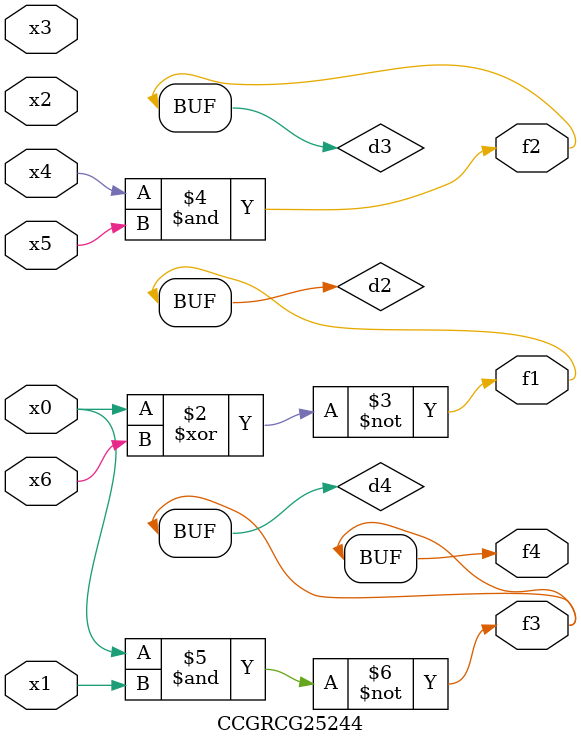
<source format=v>
module CCGRCG25244(
	input x0, x1, x2, x3, x4, x5, x6,
	output f1, f2, f3, f4
);

	wire d1, d2, d3, d4;

	nor (d1, x0);
	xnor (d2, x0, x6);
	and (d3, x4, x5);
	nand (d4, x0, x1);
	assign f1 = d2;
	assign f2 = d3;
	assign f3 = d4;
	assign f4 = d4;
endmodule

</source>
